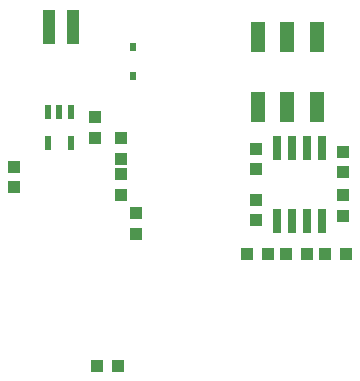
<source format=gbr>
G04 EAGLE Gerber RS-274X export*
G75*
%MOMM*%
%FSLAX34Y34*%
%LPD*%
%INSolderpaste Top*%
%IPPOS*%
%AMOC8*
5,1,8,0,0,1.08239X$1,22.5*%
G01*
%ADD10R,1.000000X1.100000*%
%ADD11R,0.660400X2.032000*%
%ADD12R,1.100000X1.000000*%
%ADD13R,1.200000X2.500000*%
%ADD14R,0.620000X1.220000*%
%ADD15R,0.600000X0.800000*%
%ADD16R,1.000000X3.000000*%


D10*
X302260Y214240D03*
X302260Y197240D03*
X302260Y234070D03*
X302260Y251070D03*
D11*
X284480Y254254D03*
X284480Y192786D03*
X271780Y254254D03*
X259080Y254254D03*
X271780Y192786D03*
X259080Y192786D03*
X246380Y254254D03*
X246380Y192786D03*
D10*
X304410Y165100D03*
X287410Y165100D03*
X221370Y165100D03*
X238370Y165100D03*
D12*
X228600Y210430D03*
X228600Y193430D03*
X228600Y236610D03*
X228600Y253610D03*
D10*
X254390Y165100D03*
X271390Y165100D03*
D13*
X255270Y348770D03*
X280270Y348770D03*
X230270Y348770D03*
X255270Y288770D03*
X230270Y288770D03*
X280270Y288770D03*
D14*
X71730Y284780D03*
X62230Y284780D03*
X52730Y284780D03*
X52730Y258780D03*
X71730Y258780D03*
D10*
X92710Y263280D03*
X92710Y280280D03*
D15*
X124460Y315160D03*
X124460Y340160D03*
D12*
X114300Y245500D03*
X114300Y262500D03*
X114300Y215020D03*
X114300Y232020D03*
D10*
X24130Y221370D03*
X24130Y238370D03*
D12*
X94370Y69850D03*
X111370Y69850D03*
X127000Y182000D03*
X127000Y199000D03*
D16*
X53500Y356870D03*
X73500Y356870D03*
M02*

</source>
